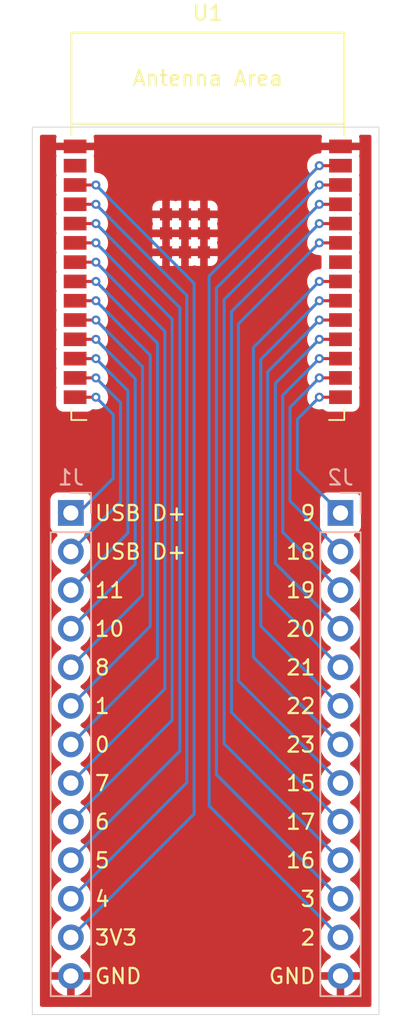
<source format=kicad_pcb>
(kicad_pcb (version 20240108) (generator "pcbnew") (generator_version "8.0")
  (layers (0 "F.Cu" signal) (31 "B.Cu" signal) (34 "B.Paste" user) (35 "F.Paste" user) (36 "B.SilkS" user "B.Silkscreen") (37 "F.SilkS" user "F.Silkscreen") (38 "B.Mask" user) (39 "F.Mask" user) (44 "Edge.Cuts" user))
  (net 0 "")
  (net 1 "+3V3")
  (net 2 "GND")
  (net 4 "0")
  (net 5 "10")
  (net 6 "8")
  (net 7 "11")
  (net 8 "1")
  (net 9 "3")
  (net 10 "9")
  (net 11 "6")
  (net 12 "5")
  (net 13 "7")
  (net 14 "2")
  (net 15 "4")
  (net 16 "20")
  (net 17 "USB_D-")
  (net 18 "22")
  (net 19 "19")
  (net 20 "USB_D+")
  (net 21 "16")
  (net 22 "21")
  (net 23 "15")
  (net 24 "18")
  (net 25 "17")
  (net 26 "23")
  (footprint "Espressif:ESP32-C6-WROOM-1" (layer "F.Cu") (at 143.65 65.41)
    (property "Reference" "U1" (at 0 -17.05 0) (layer "F.SilkS"))
    (property "Value" "ESP32-C6-WROOM-1" (hide yes))
    (fp_line (start -9 -15.75) (end -9 -9) (stroke (width 0.12)) (layer "F.SilkS"))
    (fp_line (start -9 -15.75) (end 9 -15.75) (stroke (width 0.12)) (layer "F.SilkS"))
    (fp_line (start -9 9) (end -9 9.75) (stroke (width 0.12)) (layer "F.SilkS"))
    (fp_line (start -9 9.75) (end -8 9.75) (stroke (width 0.12)) (layer "F.SilkS"))
    (fp_line (start 9 -15.75) (end 9 -9) (stroke (width 0.12)) (layer "F.SilkS"))
    (fp_line (start 9 -9.75) (end -9 -9.75) (stroke (width 0.12)) (layer "F.SilkS"))
    (fp_line (start 9 9) (end 9 9.75) (stroke (width 0.12)) (layer "F.SilkS"))
    (fp_line (start 9 9.75) (end 8 9.75) (stroke (width 0.12)) (layer "F.SilkS"))
    (fp_text user "Antenna Area" (at 0 -12.75 0) (layer "F.SilkS"))
    (pad "1" smd rect (at -8.75 -8.26) (size 1.5 0.9) (layers "F.Cu" "F.Paste" "F.Mask") (net 2 "GND"))
    (pad "2" smd rect (at -8.75 -6.99) (size 1.5 0.9) (layers "F.Cu" "F.Paste" "F.Mask") (net 1 "+3V3"))
    (pad "3" smd rect (at -8.75 -5.72) (size 1.5 0.9) (layers "F.Cu" "F.Paste" "F.Mask") (net 1 "+3V3"))
    (pad "4" smd rect (at -8.75 -4.45) (size 1.5 0.9) (layers "F.Cu" "F.Paste" "F.Mask") (net 15 "4"))
    (pad "5" smd rect (at -8.75 -3.18) (size 1.5 0.9) (layers "F.Cu" "F.Paste" "F.Mask") (net 12 "5"))
    (pad "6" smd rect (at -8.75 -1.91) (size 1.5 0.9) (layers "F.Cu" "F.Paste" "F.Mask") (net 11 "6"))
    (pad "7" smd rect (at -8.75 -0.64) (size 1.5 0.9) (layers "F.Cu" "F.Paste" "F.Mask") (net 13 "7"))
    (pad "8" smd rect (at -8.75 0.63) (size 1.5 0.9) (layers "F.Cu" "F.Paste" "F.Mask") (net 4 "0"))
    (pad "9" smd rect (at -8.75 1.9) (size 1.5 0.9) (layers "F.Cu" "F.Paste" "F.Mask") (net 8 "1"))
    (pad "10" smd rect (at -8.75 3.17) (size 1.5 0.9) (layers "F.Cu" "F.Paste" "F.Mask") (net 6 "8"))
    (pad "11" smd rect (at -8.75 4.44) (size 1.5 0.9) (layers "F.Cu" "F.Paste" "F.Mask") (net 5 "10"))
    (pad "12" smd rect (at -8.75 5.71) (size 1.5 0.9) (layers "F.Cu" "F.Paste" "F.Mask") (net 7 "11"))
    (pad "13" smd rect (at -8.75 6.98) (size 1.5 0.9) (layers "F.Cu" "F.Paste" "F.Mask") (net 17 "USB_D-"))
    (pad "14" smd rect (at -8.75 8.25) (size 1.5 0.9) (layers "F.Cu" "F.Paste" "F.Mask") (net 20 "USB_D+"))
    (pad "15" smd rect (at 8.75 8.25 180) (size 1.5 0.9) (layers "F.Cu" "F.Paste" "F.Mask") (net 10 "9"))
    (pad "16" smd rect (at 8.75 6.98 180) (size 1.5 0.9) (layers "F.Cu" "F.Paste" "F.Mask") (net 24 "18"))
    (pad "17" smd rect (at 8.75 5.71 180) (size 1.5 0.9) (layers "F.Cu" "F.Paste" "F.Mask") (net 19 "19"))
    (pad "18" smd rect (at 8.75 4.44 180) (size 1.5 0.9) (layers "F.Cu" "F.Paste" "F.Mask") (net 16 "20"))
    (pad "19" smd rect (at 8.75 3.17 180) (size 1.5 0.9) (layers "F.Cu" "F.Paste" "F.Mask") (net 22 "21"))
    (pad "20" smd rect (at 8.75 1.9 180) (size 1.5 0.9) (layers "F.Cu" "F.Paste" "F.Mask") (net 18 "22"))
    (pad "21" smd rect (at 8.75 0.63 180) (size 1.5 0.9) (layers "F.Cu" "F.Paste" "F.Mask") (net 26 "23"))
    (pad "22" smd rect (at 8.75 -0.64 180) (size 1.5 0.9) (layers "F.Cu" "F.Paste" "F.Mask"))
    (pad "23" smd rect (at 8.75 -1.91 180) (size 1.5 0.9) (layers "F.Cu" "F.Paste" "F.Mask") (net 23 "15"))
    (pad "24" smd rect (at 8.75 -3.18 180) (size 1.5 0.9) (layers "F.Cu" "F.Paste" "F.Mask") (net 25 "17"))
    (pad "25" smd rect (at 8.75 -4.45 180) (size 1.5 0.9) (layers "F.Cu" "F.Paste" "F.Mask") (net 21 "16"))
    (pad "26" smd rect (at 8.75 -5.72 180) (size 1.5 0.9) (layers "F.Cu" "F.Paste" "F.Mask") (net 9 "3"))
    (pad "27" smd rect (at 8.75 -6.99 180) (size 1.5 0.9) (layers "F.Cu" "F.Paste" "F.Mask") (net 14 "2"))
    (pad "28" smd rect (at 8.75 -8.26 180) (size 1.5 0.9) (layers "F.Cu" "F.Paste" "F.Mask") (net 2 "GND"))
    (pad "29" smd rect (at -2.755 -3.79 180) (size 0.8 0.8) (layers "F.Cu" "F.Paste" "F.Mask") (net 2 "GND"))
    (pad "29" smd rect (at -2.755 -2.54 180) (size 0.8 0.8) (layers "F.Cu" "F.Paste" "F.Mask") (net 2 "GND"))
    (pad "29" smd rect (at -2.755 -1.29 180) (size 0.8 0.8) (layers "F.Cu" "F.Paste" "F.Mask") (net 2 "GND"))
    (pad "29" smd rect (at -1.505 -3.79 180) (size 0.8 0.8) (layers "F.Cu" "F.Paste" "F.Mask") (net 2 "GND"))
    (pad "29" smd rect (at -1.505 -2.54 180) (size 0.8 0.8) (layers "F.Cu" "F.Paste" "F.Mask") (net 2 "GND"))
    (pad "29" smd rect (at -1.505 -1.29 180) (size 0.8 0.8) (layers "F.Cu" "F.Paste" "F.Mask") (net 2 "GND"))
    (pad "29" smd rect (at -0.255 -3.79 180) (size 0.8 0.8) (layers "F.Cu" "F.Paste" "F.Mask") (net 2 "GND"))
    (pad "29" smd rect (at -0.255 -2.54 180) (size 0.8 0.8) (layers "F.Cu" "F.Paste" "F.Mask") (net 2 "GND"))
    (pad "29" smd rect (at -0.255 -1.29 180) (size 0.8 0.8) (layers "F.Cu" "F.Paste" "F.Mask") (net 2 "GND"))
    (zone (net 0) (net_name "") (layers "*.Cu") (name "antenna keepout") (connect_pads (clearance 0)) (min_thickness 0.254)
      (keepout (tracks not_allowed) (vias not_allowed) (pads not_allowed) (copperpour not_allowed) (footprints not_allowed))
      (fill (thermal_gap 0.508) (thermal_bridge_width 0.508))
      (polygon (pts (xy 152.65 55.66) (xy 134.65 55.66) (xy 134.65 49.66) (xy 152.65 49.66)))
    )
  )
  (footprint "Connector_PinHeader_2.54mm:PinHeader_1x13_P2.54mm_Vertical" (layer "B.Cu") (at 134.62 81.28 180)
    (property "Reference" "J1" (at 0 2.33 0) (layer "B.SilkS") (effects (justify mirror)))
    (property "Value" "Conn_01x13")
    (fp_line (start 1.33 -1.27) (end -1.33 -1.27) (stroke (width 0.12)) (layer "B.SilkS"))
    (fp_line (start 1.33 -31.81) (end 1.33 -1.27) (stroke (width 0.12)) (layer "B.SilkS"))
    (fp_line (start 1.33 -31.81) (end -1.33 -31.81) (stroke (width 0.12)) (layer "B.SilkS"))
    (fp_line (start 0 1.33) (end -1.33 1.33) (stroke (width 0.12)) (layer "B.SilkS"))
    (fp_line (start -1.33 1.33) (end -1.33 0) (stroke (width 0.12)) (layer "B.SilkS"))
    (fp_line (start -1.33 -31.81) (end -1.33 -1.27) (stroke (width 0.12)) (layer "B.SilkS"))
    (pad "1" thru_hole rect (at 0 0 180) (size 1.7 1.7) (drill 1) (layers "*.Cu" "*.Mask") (net 20 "USB_D+"))
    (pad "2" thru_hole oval (at 0 -2.54 180) (size 1.7 1.7) (drill 1) (layers "*.Cu" "*.Mask") (net 17 "USB_D-"))
    (pad "3" thru_hole oval (at 0 -5.08 180) (size 1.7 1.7) (drill 1) (layers "*.Cu" "*.Mask") (net 7 "11"))
    (pad "4" thru_hole oval (at 0 -7.62 180) (size 1.7 1.7) (drill 1) (layers "*.Cu" "*.Mask") (net 5 "10"))
    (pad "5" thru_hole oval (at 0 -10.16 180) (size 1.7 1.7) (drill 1) (layers "*.Cu" "*.Mask") (net 6 "8"))
    (pad "6" thru_hole oval (at 0 -12.7 180) (size 1.7 1.7) (drill 1) (layers "*.Cu" "*.Mask") (net 8 "1"))
    (pad "7" thru_hole oval (at 0 -15.24 180) (size 1.7 1.7) (drill 1) (layers "*.Cu" "*.Mask") (net 4 "0"))
    (pad "8" thru_hole oval (at 0 -17.78 180) (size 1.7 1.7) (drill 1) (layers "*.Cu" "*.Mask") (net 13 "7"))
    (pad "9" thru_hole oval (at 0 -20.32 180) (size 1.7 1.7) (drill 1) (layers "*.Cu" "*.Mask") (net 11 "6"))
    (pad "10" thru_hole oval (at 0 -22.86 180) (size 1.7 1.7) (drill 1) (layers "*.Cu" "*.Mask") (net 12 "5"))
    (pad "11" thru_hole oval (at 0 -25.4 180) (size 1.7 1.7) (drill 1) (layers "*.Cu" "*.Mask") (net 15 "4"))
    (pad "12" thru_hole oval (at 0 -27.94 180) (size 1.7 1.7) (drill 1) (layers "*.Cu" "*.Mask") (net 1 "+3V3"))
    (pad "13" thru_hole oval (at 0 -30.48 180) (size 1.7 1.7) (drill 1) (layers "*.Cu" "*.Mask") (net 2 "GND"))
  )
  (footprint "Connector_PinHeader_2.54mm:PinHeader_1x13_P2.54mm_Vertical" (layer "B.Cu") (at 152.4 81.28 180)
    (property "Reference" "J2" (at 0 2.33 0) (layer "B.SilkS") (effects (justify mirror)))
    (property "Value" "Conn_01x13")
    (fp_line (start 1.33 -1.27) (end -1.33 -1.27) (stroke (width 0.12)) (layer "B.SilkS"))
    (fp_line (start 1.33 -31.81) (end 1.33 -1.27) (stroke (width 0.12)) (layer "B.SilkS"))
    (fp_line (start 1.33 -31.81) (end -1.33 -31.81) (stroke (width 0.12)) (layer "B.SilkS"))
    (fp_line (start 0 1.33) (end -1.33 1.33) (stroke (width 0.12)) (layer "B.SilkS"))
    (fp_line (start -1.33 1.33) (end -1.33 0) (stroke (width 0.12)) (layer "B.SilkS"))
    (fp_line (start -1.33 -31.81) (end -1.33 -1.27) (stroke (width 0.12)) (layer "B.SilkS"))
    (pad "1" thru_hole rect (at 0 0 180) (size 1.7 1.7) (drill 1) (layers "*.Cu" "*.Mask") (net 10 "9"))
    (pad "2" thru_hole oval (at 0 -2.54 180) (size 1.7 1.7) (drill 1) (layers "*.Cu" "*.Mask") (net 24 "18"))
    (pad "3" thru_hole oval (at 0 -5.08 180) (size 1.7 1.7) (drill 1) (layers "*.Cu" "*.Mask") (net 19 "19"))
    (pad "4" thru_hole oval (at 0 -7.62 180) (size 1.7 1.7) (drill 1) (layers "*.Cu" "*.Mask") (net 16 "20"))
    (pad "5" thru_hole oval (at 0 -10.16 180) (size 1.7 1.7) (drill 1) (layers "*.Cu" "*.Mask") (net 22 "21"))
    (pad "6" thru_hole oval (at 0 -12.7 180) (size 1.7 1.7) (drill 1) (layers "*.Cu" "*.Mask") (net 18 "22"))
    (pad "7" thru_hole oval (at 0 -15.24 180) (size 1.7 1.7) (drill 1) (layers "*.Cu" "*.Mask") (net 26 "23"))
    (pad "8" thru_hole oval (at 0 -17.78 180) (size 1.7 1.7) (drill 1) (layers "*.Cu" "*.Mask") (net 23 "15"))
    (pad "9" thru_hole oval (at 0 -20.32 180) (size 1.7 1.7) (drill 1) (layers "*.Cu" "*.Mask") (net 25 "17"))
    (pad "10" thru_hole oval (at 0 -22.86 180) (size 1.7 1.7) (drill 1) (layers "*.Cu" "*.Mask") (net 21 "16"))
    (pad "11" thru_hole oval (at 0 -25.4 180) (size 1.7 1.7) (drill 1) (layers "*.Cu" "*.Mask") (net 9 "3"))
    (pad "12" thru_hole oval (at 0 -27.94 180) (size 1.7 1.7) (drill 1) (layers "*.Cu" "*.Mask") (net 14 "2"))
    (pad "13" thru_hole oval (at 0 -30.48 180) (size 1.7 1.7) (drill 1) (layers "*.Cu" "*.Mask") (net 2 "GND"))
  )
  (gr_rect (start 132.08 55.88) (end 154.94 114.3) (stroke (width 0.05)) (fill none) (layer "Edge.Cuts"))
  (gr_text "8" (at 136.1186 92.04175 0) (layer "F.SilkS") (effects (font (size 1 1)) (justify left bottom)))
  (gr_text "4" (at 136.1186 107.28175 0) (layer "F.SilkS") (effects (font (size 1 1)) (justify left bottom)))
  (gr_text "GND" (at 136.1186 112.36175 0) (layer "F.SilkS") (effects (font (size 1 1)) (justify left bottom)))
  (gr_text "19" (at 148.729819 86.96175 0) (layer "F.SilkS") (effects (font (size 1 1)) (justify left bottom)))
  (gr_text "0" (at 136.1186 97.12175 0) (layer "F.SilkS") (effects (font (size 1 1)) (justify left bottom)))
  (gr_text "11" (at 136.1186 86.96175 0) (layer "F.SilkS") (effects (font (size 1 1)) (justify left bottom)))
  (gr_text "7" (at 136.1186 99.66175 0) (layer "F.SilkS") (effects (font (size 1 1)) (justify left bottom)))
  (gr_text "16" (at 148.729819 104.74175 0) (layer "F.SilkS") (effects (font (size 1 1)) (justify left bottom)))
  (gr_text "USB D+" (at 136.1186 81.88175 0) (layer "F.SilkS") (effects (font (size 1 1)) (justify left bottom)))
  (gr_text "20" (at 148.729819 89.50175 0) (layer "F.SilkS") (effects (font (size 1 1)) (justify left bottom)))
  (gr_text "9" (at 149.6822 81.88175 0) (layer "F.SilkS") (effects (font (size 1 1)) (justify left bottom)))
  (gr_text "6" (at 136.1186 102.20175 0) (layer "F.SilkS") (effects (font (size 1 1)) (justify left bottom)))
  (gr_text "15" (at 148.729819 99.66175 0) (layer "F.SilkS") (effects (font (size 1 1)) (justify left bottom)))
  (gr_text "2" (at 149.6822 109.82175 0) (layer "F.SilkS") (effects (font (size 1 1)) (justify left bottom)))
  (gr_text "21" (at 148.729819 92.04175 0) (layer "F.SilkS") (effects (font (size 1 1)) (justify left bottom)))
  (gr_text "3V3" (at 136.1186 109.82175 0) (layer "F.SilkS") (effects (font (size 1 1)) (justify left bottom)))
  (gr_text "22" (at 148.729819 94.58175 0) (layer "F.SilkS") (effects (font (size 1 1)) (justify left bottom)))
  (gr_text "3" (at 149.6822 107.28175 0) (layer "F.SilkS") (effects (font (size 1 1)) (justify left bottom)))
  (gr_text "1" (at 136.1186 94.58175 0) (layer "F.SilkS") (effects (font (size 1 1)) (justify left bottom)))
  (gr_text "17" (at 148.729819 102.20175 0) (layer "F.SilkS") (effects (font (size 1 1)) (justify left bottom)))
  (gr_text "5" (at 136.1186 104.74175 0) (layer "F.SilkS") (effects (font (size 1 1)) (justify left bottom)))
  (gr_text "10" (at 136.1186 89.50175 0) (layer "F.SilkS") (effects (font (size 1 1)) (justify left bottom)))
  (gr_text "23" (at 148.729819 97.12175 0) (layer "F.SilkS") (effects (font (size 1 1)) (justify left bottom)))
  (gr_text "18" (at 148.729819 84.42175 0) (layer "F.SilkS") (effects (font (size 1 1)) (justify left bottom)))
  (gr_text "GND" (at 147.586962 112.36175 0) (layer "F.SilkS") (effects (font (size 1 1)) (justify left bottom)))
  (gr_text "USB D+" (at 136.1186 84.42175 0) (layer "F.SilkS") (effects (font (size 1 1)) (justify left bottom)))
  (segment (start 134.9 59.69) (end 136.271 59.69) (width 0.2) (layer "F.Cu") (net 1))
  (via (at 136.271 59.69) (size 0.6) (drill 0.3) (layers "F.Cu" "B.Cu") (net 1))
  (segment (start 142.748 66.167) (end 142.748 75.5904) (width 0.2) (layer "B.Cu") (net 1))
  (segment (start 142.748 75.5904) (end 142.748 75.8127) (width 0.2) (layer "B.Cu") (net 1))
  (segment (start 142.748 101.092) (end 134.62 109.22) (width 0.2) (layer "B.Cu") (net 1))
  (segment (start 142.748 75.5904) (end 142.748 101.092) (width 0.2) (layer "B.Cu") (net 1))
  (segment (start 136.271 59.69) (end 142.748 66.167) (width 0.2) (layer "B.Cu") (net 1))
  (segment (start 134.9 66.04) (end 136.271 66.04) (width 0.2) (layer "F.Cu") (net 4))
  (via (at 136.271 66.04) (size 0.6) (drill 0.3) (layers "F.Cu" "B.Cu") (net 4))
  (segment (start 136.271 66.04) (end 140.335 70.104) (width 0.2) (layer "B.Cu") (net 4))
  (segment (start 140.335 70.104) (end 140.335 90.805) (width 0.2) (layer "B.Cu") (net 4))
  (segment (start 140.335 90.805) (end 134.62 96.52) (width 0.2) (layer "B.Cu") (net 4))
  (segment (start 134.9 69.85) (end 136.271 69.85) (width 0.2) (layer "F.Cu") (net 5))
  (via (at 136.271 69.85) (size 0.6) (drill 0.3) (layers "F.Cu" "B.Cu") (net 5))
  (segment (start 138.8618 72.4408) (end 138.8618 84.6582) (width 0.2) (layer "B.Cu") (net 5))
  (segment (start 138.8618 84.6582) (end 134.62 88.9) (width 0.2) (layer "B.Cu") (net 5))
  (segment (start 136.271 69.85) (end 138.8618 72.4408) (width 0.2) (layer "B.Cu") (net 5))
  (segment (start 134.9 68.58) (end 136.271 68.58) (width 0.2) (layer "F.Cu") (net 6))
  (via (at 136.271 68.58) (size 0.6) (drill 0.3) (layers "F.Cu" "B.Cu") (net 6))
  (segment (start 139.3444 71.6534) (end 139.3444 86.6902) (width 0.2) (layer "B.Cu") (net 6))
  (segment (start 134.62 91.4146) (end 134.62 91.44) (width 0.2) (layer "B.Cu") (net 6))
  (segment (start 136.271 68.58) (end 139.3444 71.6534) (width 0.2) (layer "B.Cu") (net 6))
  (segment (start 139.3444 86.6902) (end 134.62 91.4146) (width 0.2) (layer "B.Cu") (net 6))
  (segment (start 134.9 71.12) (end 136.271 71.12) (width 0.2) (layer "F.Cu") (net 7))
  (via (at 136.271 71.12) (size 0.6) (drill 0.3) (layers "F.Cu" "B.Cu") (net 7))
  (segment (start 136.271 71.12) (end 138.3792 73.2282) (width 0.2) (layer "B.Cu") (net 7))
  (segment (start 138.3792 82.6008) (end 134.62 86.36) (width 0.2) (layer "B.Cu") (net 7))
  (segment (start 138.3792 73.2282) (end 138.3792 82.6008) (width 0.2) (layer "B.Cu") (net 7))
  (segment (start 134.9 67.31) (end 136.271 67.31) (width 0.2) (layer "F.Cu") (net 8))
  (via (at 136.271 67.31) (size 0.6) (drill 0.3) (layers "F.Cu" "B.Cu") (net 8))
  (segment (start 139.8524 88.7476) (end 134.62 93.98) (width 0.2) (layer "B.Cu") (net 8))
  (segment (start 139.8524 70.8914) (end 139.8524 88.7476) (width 0.2) (layer "B.Cu") (net 8))
  (segment (start 136.271 67.31) (end 139.8524 70.8914) (width 0.2) (layer "B.Cu") (net 8))
  (segment (start 152.4 59.69) (end 151.003 59.69) (width 0.2) (layer "F.Cu") (net 9))
  (via (at 151.003 59.69) (size 0.6) (drill 0.3) (layers "F.Cu" "B.Cu") (net 9))
  (segment (start 151.003 59.69) (end 144.2212 66.4718) (width 0.2) (layer "B.Cu") (net 9))
  (segment (start 144.2212 66.4718) (end 144.2212 98.5012) (width 0.2) (layer "B.Cu") (net 9))
  (segment (start 144.2212 98.5012) (end 152.4 106.68) (width 0.2) (layer "B.Cu") (net 9))
  (segment (start 152.4 73.66) (end 151.003 73.66) (width 0.2) (layer "F.Cu") (net 10))
  (via (at 151.003 73.66) (size 0.6) (drill 0.3) (layers "F.Cu" "B.Cu") (net 10))
  (segment (start 149.5552 78.4352) (end 152.4 81.28) (width 0.2) (layer "B.Cu") (net 10))
  (segment (start 149.5552 75.1078) (end 149.5552 75.5904) (width 0.2) (layer "B.Cu") (net 10))
  (segment (start 149.5552 75.5904) (end 149.5552 78.4352) (width 0.2) (layer "B.Cu") (net 10))
  (segment (start 151.003 73.66) (end 149.5552 75.1078) (width 0.2) (layer "B.Cu") (net 10))
  (segment (start 149.5552 75.5904) (end 149.5552 75.8127) (width 0.2) (layer "B.Cu") (net 10))
  (segment (start 134.9 63.5) (end 136.271 63.5) (width 0.2) (layer "F.Cu") (net 11))
  (via (at 136.271 63.5) (size 0.6) (drill 0.3) (layers "F.Cu" "B.Cu") (net 11))
  (segment (start 141.3002 94.9198) (end 134.62 101.6) (width 0.2) (layer "B.Cu") (net 11))
  (segment (start 136.271 63.5) (end 141.3002 68.5292) (width 0.2) (layer "B.Cu") (net 11))
  (segment (start 141.3002 75.6158) (end 141.3002 94.9198) (width 0.2) (layer "B.Cu") (net 11))
  (segment (start 141.3002 68.5292) (end 141.3002 75.6158) (width 0.2) (layer "B.Cu") (net 11))
  (segment (start 141.3002 75.6158) (end 141.3002 75.8127) (width 0.2) (layer "B.Cu") (net 11))
  (segment (start 134.9 62.23) (end 136.271 62.23) (width 0.2) (layer "F.Cu") (net 12))
  (via (at 136.271 62.23) (size 0.6) (drill 0.3) (layers "F.Cu" "B.Cu") (net 12))
  (segment (start 141.8082 96.9518) (end 134.62 104.14) (width 0.2) (layer "B.Cu") (net 12))
  (segment (start 136.271 62.23) (end 141.8082 67.7672) (width 0.2) (layer "B.Cu") (net 12))
  (segment (start 141.8082 67.7672) (end 141.8082 96.9518) (width 0.2) (layer "B.Cu") (net 12))
  (segment (start 134.9 64.77) (end 136.271 64.77) (width 0.2) (layer "F.Cu") (net 13))
  (via (at 136.271 64.77) (size 0.6) (drill 0.3) (layers "F.Cu" "B.Cu") (net 13))
  (segment (start 140.8176 92.8624) (end 134.62 99.06) (width 0.2) (layer "B.Cu") (net 13))
  (segment (start 140.8176 69.3166) (end 140.8176 75.6158) (width 0.2) (layer "B.Cu") (net 13))
  (segment (start 136.271 64.77) (end 140.8176 69.3166) (width 0.2) (layer "B.Cu") (net 13))
  (segment (start 140.8176 75.6158) (end 140.8176 92.8624) (width 0.2) (layer "B.Cu") (net 13))
  (segment (start 140.8176 75.6158) (end 140.8176 75.8127) (width 0.2) (layer "B.Cu") (net 13))
  (segment (start 152.4 58.42) (end 151.003 58.42) (width 0.2) (layer "F.Cu") (net 14))
  (via (at 151.003 58.42) (size 0.6) (drill 0.3) (layers "F.Cu" "B.Cu") (net 14))
  (segment (start 143.7386 100.5586) (end 152.4 109.22) (width 0.2) (layer "B.Cu") (net 14))
  (segment (start 151.003 58.42) (end 143.7386 65.6844) (width 0.2) (layer "B.Cu") (net 14))
  (segment (start 143.7386 65.6844) (end 143.7386 100.5586) (width 0.2) (layer "B.Cu") (net 14))
  (segment (start 134.9 60.96) (end 136.271 60.96) (width 0.2) (layer "F.Cu") (net 15))
  (via (at 136.271 60.96) (size 0.6) (drill 0.3) (layers "F.Cu" "B.Cu") (net 15))
  (segment (start 142.2654 66.9544) (end 142.2654 99.0346) (width 0.2) (layer "B.Cu") (net 15))
  (segment (start 142.2654 99.0346) (end 134.62 106.68) (width 0.2) (layer "B.Cu") (net 15))
  (segment (start 136.271 60.96) (end 142.2654 66.9544) (width 0.2) (layer "B.Cu") (net 15))
  (segment (start 152.4 69.85) (end 151.003 69.85) (width 0.2) (layer "F.Cu") (net 16))
  (via (at 151.003 69.85) (size 0.6) (drill 0.3) (layers "F.Cu" "B.Cu") (net 16))
  (segment (start 148.1074 72.7456) (end 148.1074 84.6074) (width 0.2) (layer "B.Cu") (net 16))
  (segment (start 151.003 69.85) (end 148.1074 72.7456) (width 0.2) (layer "B.Cu") (net 16))
  (segment (start 148.1074 84.6074) (end 152.4 88.9) (width 0.2) (layer "B.Cu") (net 16))
  (segment (start 134.9 72.39) (end 136.271 72.39) (width 0.2) (layer "F.Cu") (net 17))
  (via (at 136.271 72.39) (size 0.6) (drill 0.3) (layers "F.Cu" "B.Cu") (net 17))
  (segment (start 137.8966 74.0156) (end 137.8966 80.5434) (width 0.2) (layer "B.Cu") (net 17))
  (segment (start 137.8966 80.5434) (end 134.62 83.82) (width 0.2) (layer "B.Cu") (net 17))
  (segment (start 136.271 72.39) (end 137.8966 74.0156) (width 0.2) (layer "B.Cu") (net 17))
  (segment (start 152.4 67.31) (end 151.003 67.31) (width 0.2) (layer "F.Cu") (net 18))
  (via (at 151.003 67.31) (size 0.6) (drill 0.3) (layers "F.Cu" "B.Cu") (net 18))
  (segment (start 151.003 67.31) (end 147.1422 71.1708) (width 0.2) (layer "B.Cu") (net 18))
  (segment (start 147.1422 71.1708) (end 147.1422 88.7222) (width 0.2) (layer "B.Cu") (net 18))
  (segment (start 147.1422 88.7222) (end 152.4 93.98) (width 0.2) (layer "B.Cu") (net 18))
  (segment (start 152.4 71.12) (end 151.003 71.12) (width 0.2) (layer "F.Cu") (net 19))
  (via (at 151.003 71.12) (size 0.6) (drill 0.3) (layers "F.Cu" "B.Cu") (net 19))
  (segment (start 148.59 73.533) (end 148.59 82.55) (width 0.2) (layer "B.Cu") (net 19))
  (segment (start 148.59 82.55) (end 152.4 86.36) (width 0.2) (layer "B.Cu") (net 19))
  (segment (start 151.003 71.12) (end 148.59 73.533) (width 0.2) (layer "B.Cu") (net 19))
  (segment (start 134.9 73.66) (end 136.271 73.66) (width 0.2) (layer "F.Cu") (net 20))
  (via (at 136.271 73.66) (size 0.6) (drill 0.3) (layers "F.Cu" "B.Cu") (net 20))
  (segment (start 137.414 78.994) (end 135.128 81.28) (width 0.2) (layer "B.Cu") (net 20))
  (segment (start 135.128 81.28) (end 134.62 81.28) (width 0.2) (layer "B.Cu") (net 20))
  (segment (start 137.414 74.803) (end 137.414 78.994) (width 0.2) (layer "B.Cu") (net 20))
  (segment (start 136.271 73.66) (end 137.414 74.803) (width 0.2) (layer "B.Cu") (net 20))
  (segment (start 152.4 60.96) (end 151.003 60.96) (width 0.2) (layer "F.Cu") (net 21))
  (via (at 151.003 60.96) (size 0.6) (drill 0.3) (layers "F.Cu" "B.Cu") (net 21))
  (segment (start 144.7292 96.4692) (end 152.4 104.14) (width 0.2) (layer "B.Cu") (net 21))
  (segment (start 144.7292 75.5904) (end 144.7292 75.8127) (width 0.2) (layer "B.Cu") (net 21))
  (segment (start 144.7292 75.5904) (end 144.7292 96.4692) (width 0.2) (layer "B.Cu") (net 21))
  (segment (start 144.7292 67.2338) (end 144.7292 75.5904) (width 0.2) (layer "B.Cu") (net 21))
  (segment (start 151.003 60.96) (end 144.7292 67.2338) (width 0.2) (layer "B.Cu") (net 21))
  (segment (start 152.4 68.58) (end 151.003 68.58) (width 0.2) (layer "F.Cu") (net 22))
  (via (at 151.003 68.58) (size 0.6) (drill 0.3) (layers "F.Cu" "B.Cu") (net 22))
  (segment (start 147.5994 86.6394) (end 152.4 91.44) (width 0.2) (layer "B.Cu") (net 22))
  (segment (start 147.5994 75.5904) (end 147.5994 75.8127) (width 0.2) (layer "B.Cu") (net 22))
  (segment (start 147.5994 75.5904) (end 147.5994 86.6394) (width 0.2) (layer "B.Cu") (net 22))
  (segment (start 151.003 68.58) (end 147.5994 71.9836) (width 0.2) (layer "B.Cu") (net 22))
  (segment (start 147.5994 71.9836) (end 147.5994 75.5904) (width 0.2) (layer "B.Cu") (net 22))
  (segment (start 152.4 63.5) (end 151.003 63.5) (width 0.2) (layer "F.Cu") (net 23))
  (via (at 151.003 63.5) (size 0.6) (drill 0.3) (layers "F.Cu" "B.Cu") (net 23))
  (segment (start 145.669 92.329) (end 152.4 99.06) (width 0.2) (layer "B.Cu") (net 23))
  (segment (start 145.669 75.692) (end 145.669 92.329) (width 0.2) (layer "B.Cu") (net 23))
  (segment (start 145.669 75.692) (end 145.669 75.8127) (width 0.2) (layer "B.Cu") (net 23))
  (segment (start 145.669 68.834) (end 145.669 75.692) (width 0.2) (layer "B.Cu") (net 23))
  (segment (start 151.003 63.5) (end 145.669 68.834) (width 0.2) (layer "B.Cu") (net 23))
  (segment (start 152.4 72.39) (end 151.003 72.39) (width 0.2) (layer "F.Cu") (net 24))
  (via (at 151.003 72.39) (size 0.6) (drill 0.3) (layers "F.Cu" "B.Cu") (net 24))
  (segment (start 149.0726 75.6412) (end 149.0726 80.4926) (width 0.2) (layer "B.Cu") (net 24))
  (segment (start 151.003 72.39) (end 149.0726 74.3204) (width 0.2) (layer "B.Cu") (net 24))
  (segment (start 149.0726 74.3204) (end 149.0726 75.6412) (width 0.2) (layer "B.Cu") (net 24))
  (segment (start 149.0726 80.4926) (end 152.4 83.82) (width 0.2) (layer "B.Cu") (net 24))
  (segment (start 149.0726 75.6412) (end 149.0726 75.8127) (width 0.2) (layer "B.Cu") (net 24))
  (segment (start 152.4 62.23) (end 151.003 62.23) (width 0.2) (layer "F.Cu") (net 25))
  (via (at 151.003 62.23) (size 0.6) (drill 0.3) (layers "F.Cu" "B.Cu") (net 25))
  (segment (start 145.2118 68.0212) (end 145.2118 94.4118) (width 0.2) (layer "B.Cu") (net 25))
  (segment (start 151.003 62.23) (end 145.2118 68.0212) (width 0.2) (layer "B.Cu") (net 25))
  (segment (start 145.2118 94.4118) (end 152.4 101.6) (width 0.2) (layer "B.Cu") (net 25))
  (segment (start 152.4 66.04) (end 151.003 66.04) (width 0.2) (layer "F.Cu") (net 26))
  (via (at 151.003 66.04) (size 0.6) (drill 0.3) (layers "F.Cu" "B.Cu") (net 26))
  (segment (start 146.6596 75.692) (end 146.6596 75.8127) (width 0.2) (layer "B.Cu") (net 26))
  (segment (start 146.6596 90.7796) (end 152.4 96.52) (width 0.2) (layer "B.Cu") (net 26))
  (segment (start 146.6596 75.692) (end 146.6596 90.7796) (width 0.2) (layer "B.Cu") (net 26))
  (segment (start 151.003 66.04) (end 146.6596 70.3834) (width 0.2) (layer "B.Cu") (net 26))
  (segment (start 146.6596 70.3834) (end 146.6596 75.692) (width 0.2) (layer "B.Cu") (net 26))
  (zone (net 2) (net_name "GND") (layer "F.Cu") (connect_pads (clearance 0.5)) (min_thickness 0.25) (fill yes (thermal_gap 0.5) (thermal_bridge_width 0.5))
    (polygon (pts (xy 132.08 55.88) (xy 154.94 55.88) (xy 154.94 114.3) (xy 132.08 114.3)))
  )
)
</source>
